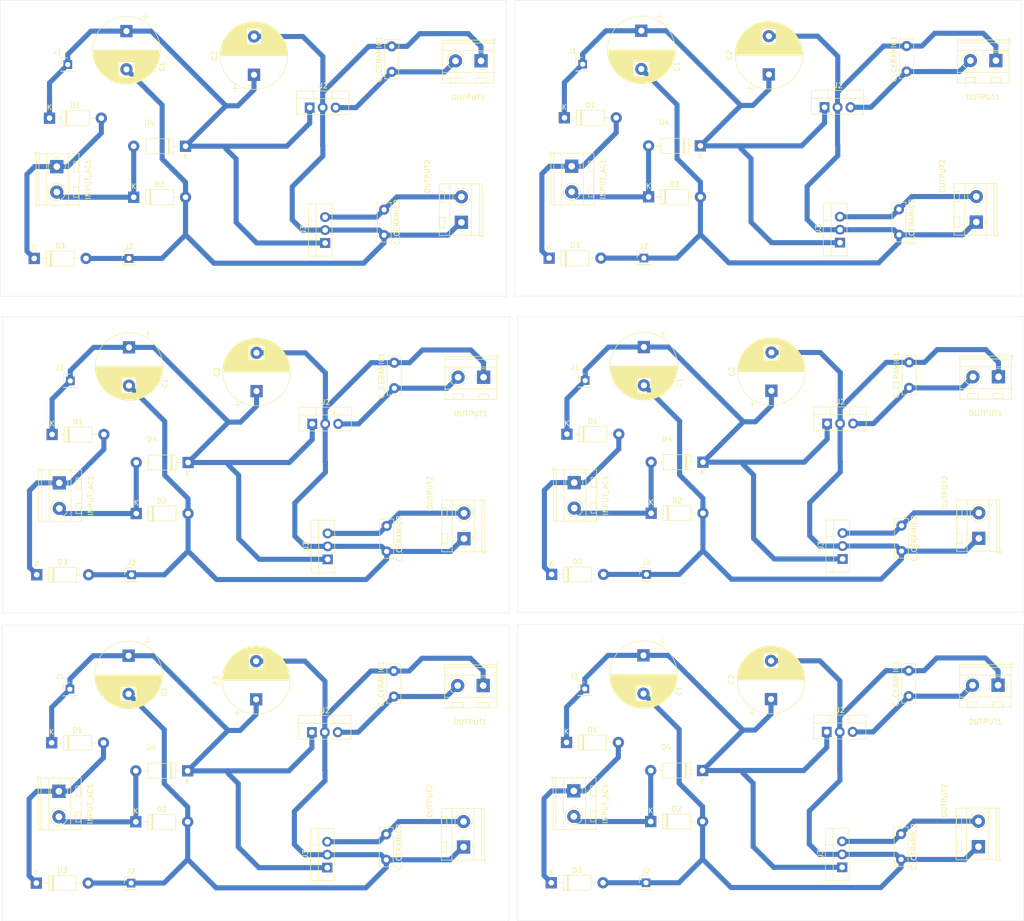
<source format=kicad_pcb>
(kicad_pcb (version 20240108) (generator "pcbnew") (generator_version "8.0")
  (layers (0 "F.Cu" signal) (31 "B.Cu" signal) (34 "B.Paste" user) (35 "F.Paste" user) (36 "B.SilkS" user "B.Silkscreen") (37 "F.SilkS" user "F.Silkscreen") (38 "B.Mask" user) (39 "F.Mask" user) (44 "Edge.Cuts" user))
  (net 0 "")
  (net 1 "Net-(D1-K)")
  (net 2 "GROUND")
  (net 3 "Net-(D1-A)")
  (net 4 "Net-(D2-K)")
  (net 5 "Net-(OUTPUT1-Pin_2)")
  (net 6 "Net-(OUTPUT2-Pin_2)")
  (footprint "Capacitor_THT:C_Disc_D7.5mm_W2.5mm_P5.00mm" (layer "F.Cu") (at 207.26 90.934785 90)
    (property "Reference" "C_CERAMIC1")
    (property "Value" "0.1μF")
  )
  (footprint "Capacitor_THT:CP_Radial_D13.0mm_P7.50mm" (layer "F.Cu") (at 78.84 29.565216 90)
    (property "Reference" "C2")
    (property "Value" "1000μF")
  )
  (footprint "Capacitor_THT:CP_Radial_D13.0mm_P7.50mm" (layer "F.Cu") (at 179.76 29.500001 90)
    (property "Reference" "C2")
    (property "Value" "1000μF")
  )
  (footprint "TerminalBlock_MetzConnect:TerminalBlock_MetzConnect_Type094_RT03502HBLU_1x02_P5.00mm_Horizontal" (layer "F.Cu") (at 141.525 169.934785 -90)
    (property "Reference" "INPUT_AC1")
    (property "Value" "INPUT_TF")
  )
  (footprint "Capacitor_THT:CP_Radial_D13.0mm_P7.50mm" (layer "F.Cu") (at 79.26 152.000001 90)
    (property "Reference" "C2")
    (property "Value" "1000μF")
  )
  (footprint "Connector_PinHeader_2.54mm:PinHeader_1x01_P2.54mm_Vertical" (layer "F.Cu") (at 155.26 65.5)
    (property "Reference" "J2")
    (property "Value" "test_GND")
  )
  (footprint "Diode_THT:D_DO-41_SOD81_P10.16mm_Horizontal" (layer "F.Cu") (at 39.26 100.065215)
    (property "Reference" "D1")
    (property "Value" "1N4001")
  )
  (footprint "Diode_THT:D_DO-41_SOD81_P10.16mm_Horizontal" (layer "F.Cu") (at 35.76 65.565215)
    (property "Reference" "D3")
    (property "Value" "1N4001")
  )
  (footprint "TerminalBlock_MetzConnect:TerminalBlock_MetzConnect_Type094_RT03502HBLU_1x02_P5.00mm_Horizontal" (layer "F.Cu") (at 119.995 120.5 90)
    (property "Reference" "OUTPUT2")
    (property "Value" "OUT_9VCC")
  )
  (footprint "Connector_PinHeader_2.54mm:PinHeader_1x01_P2.54mm_Vertical" (layer "F.Cu") (at 143.76 89.5)
    (property "Reference" "J1")
    (property "Value" "test_VCC")
  )
  (footprint "Capacitor_THT:CP_Radial_D13.0mm_P7.50mm" (layer "F.Cu") (at 154.76 20.934785 -90)
    (property "Reference" "C1")
    (property "Value" "1000μF")
  )
  (footprint "Capacitor_THT:C_Disc_D7.5mm_W2.5mm_P5.00mm" (layer "F.Cu") (at 104.34 56 -90)
    (property "Reference" "C_CERAMIC2")
    (property "Value" "0.1μF")
  )
  (footprint "Diode_THT:D_DO-41_SOD81_P10.16mm_Horizontal" (layer "F.Cu") (at 156.68 115.5)
    (property "Reference" "D2")
    (property "Value" "1N4001")
  )
  (footprint "Connector_PinHeader_2.54mm:PinHeader_1x01_P2.54mm_Vertical" (layer "F.Cu") (at 42.34 27.565215)
    (property "Reference" "J1")
    (property "Value" "test_VCC")
  )
  (footprint "Capacitor_THT:C_Disc_D7.5mm_W2.5mm_P5.00mm" (layer "F.Cu") (at 104.84 118 -90)
    (property "Reference" "C_CERAMIC2")
    (property "Value" "0.1μF")
  )
  (footprint "Package_TO_SOT_THT:TO-220-3_Vertical" (layer "F.Cu") (at 194.205 124.474785 90)
    (property "Reference" "U3")
    (property "Value" "LM7805_TO220")
  )
  (footprint "Diode_THT:D_DO-41_SOD81_P10.16mm_Horizontal" (layer "F.Cu") (at 137.18 127.5)
    (property "Reference" "D3")
    (property "Value" "1N4001")
  )
  (footprint "Diode_THT:D_DO-41_SOD81_P10.16mm_Horizontal" (layer "F.Cu") (at 39.18 160.5)
    (property "Reference" "D1")
    (property "Value" "1N4001")
  )
  (footprint "Diode_THT:D_DO-41_SOD81_P10.16mm_Horizontal" (layer "F.Cu") (at 55.26 53.565215)
    (property "Reference" "D2")
    (property "Value" "1N4001")
  )
  (footprint "Diode_THT:D_DO-41_SOD81_P10.16mm_Horizontal" (layer "F.Cu") (at 65.84 166 180)
    (property "Reference" "D4")
    (property "Value" "1N4001")
  )
  (footprint "TerminalBlock_MetzConnect:TerminalBlock_MetzConnect_Type094_RT03502HBLU_1x02_P5.00mm_Horizontal" (layer "F.Cu") (at 123.76 149.279785 180)
    (property "Reference" "OUTPUT1")
    (property "Value" "OUT_5VCC")
  )
  (footprint "Diode_THT:D_DO-41_SOD81_P10.16mm_Horizontal" (layer "F.Cu") (at 166.76 165.934785 180)
    (property "Reference" "D4")
    (property "Value" "1N4001")
  )
  (footprint "Connector_PinHeader_2.54mm:PinHeader_1x01_P2.54mm_Vertical" (layer "F.Cu") (at 143.68 149.934785)
    (property "Reference" "J1")
    (property "Value" "test_VCC")
  )
  (footprint "Diode_THT:D_DO-41_SOD81_P10.16mm_Horizontal" (layer "F.Cu") (at 140.18 100)
    (property "Reference" "D1")
    (property "Value" "1N4001")
  )
  (footprint "Capacitor_THT:CP_Radial_D13.0mm_P7.50mm" (layer "F.Cu") (at 155.18 143.36957 -90)
    (property "Reference" "C1")
    (property "Value" "1000μF")
  )
  (footprint "Connector_PinHeader_2.54mm:PinHeader_1x01_P2.54mm_Vertical" (layer "F.Cu") (at 54.76 188)
    (property "Reference" "J2")
    (property "Value" "test_GND")
  )
  (footprint "Diode_THT:D_DO-41_SOD81_P10.16mm_Horizontal" (layer "F.Cu") (at 38.76 38.065215)
    (property "Reference" "D1")
    (property "Value" "1N4001")
  )
  (footprint "Capacitor_THT:C_Disc_D7.5mm_W2.5mm_P5.00mm" (layer "F.Cu") (at 104.76 178.434785 -90)
    (property "Reference" "C_CERAMIC2")
    (property "Value" "0.1μF")
  )
  (footprint "Capacitor_THT:C_Disc_D7.5mm_W2.5mm_P5.00mm" (layer "F.Cu") (at 205.68 178.36957 -90)
    (property "Reference" "C_CERAMIC2")
    (property "Value" "0.1μF")
  )
  (footprint "TerminalBlock_MetzConnect:TerminalBlock_MetzConnect_Type094_RT03502HBLU_1x02_P5.00mm_Horizontal" (layer "F.Cu") (at 119.915 180.934785 90)
    (property "Reference" "OUTPUT2")
    (property "Value" "OUT_9VCC")
  )
  (footprint "TerminalBlock_MetzConnect:TerminalBlock_MetzConnect_Type094_RT03502HBLU_1x02_P5.00mm_Horizontal" (layer "F.Cu") (at 220.915 120.434785 90)
    (property "Reference" "OUTPUT2")
    (property "Value" "OUT_9VCC")
  )
  (footprint "Connector_PinHeader_2.54mm:PinHeader_1x01_P2.54mm_Vertical" (layer "F.Cu") (at 155.68 187.934785)
    (property "Reference" "J2")
    (property "Value" "test_GND")
  )
  (footprint "Package_TO_SOT_THT:TO-220-3_Vertical" (layer "F.Cu") (at 92.785 62.54 90)
    (property "Reference" "U3")
    (property "Value" "LM7805_TO220")
  )
  (footprint "Capacitor_THT:CP_Radial_D13.0mm_P7.50mm" (layer "F.Cu") (at 53.84 21 -90)
    (property "Reference" "C1")
    (property "Value" "1000μF")
  )
  (footprint "TerminalBlock_MetzConnect:TerminalBlock_MetzConnect_Type094_RT03502HBLU_1x02_P5.00mm_Horizontal" (layer "F.Cu") (at 141.605 109.5 -90)
    (property "Reference" "INPUT_AC1")
    (property "Value" "INPUT_TF")
  )
  (footprint "Capacitor_THT:CP_Radial_D13.0mm_P7.50mm" (layer "F.Cu") (at 79.34 91.565216 90)
    (property "Reference" "C2")
    (property "Value" "1000μF")
  )
  (footprint "TerminalBlock_MetzConnect:TerminalBlock_MetzConnect_Type094_RT03502HBLU_1x02_P5.00mm_Horizontal" (layer "F.Cu") (at 224.68 149.21457 180)
    (property "Reference" "OUTPUT1")
    (property "Value" "OUT_5VCC")
  )
  (footprint "TerminalBlock_MetzConnect:TerminalBlock_MetzConnect_Type094_RT03502HBLU_1x02_P5.00mm_Horizontal" (layer "F.Cu") (at 40.605 170 -90)
    (property "Reference" "INPUT_AC1")
    (property "Value" "INPUT_TF")
  )
  (footprint "Diode_THT:D_DO-41_SOD81_P10.16mm_Horizontal" (layer "F.Cu") (at 65.42 43.565215 180)
    (property "Reference" "D4")
    (property "Value" "1N4001")
  )
  (footprint "Capacitor_THT:CP_Radial_D13.0mm_P7.50mm" (layer "F.Cu") (at 155.26 82.934785 -90)
    (property "Reference" "C1")
    (property "Value" "1000μF")
  )
  (footprint "Package_TO_SOT_THT:TO-220-3_Vertical" (layer "F.Cu") (at 191.18 97.934785)
    (property "Reference" "U2")
    (property "Value" "LM7809_TO220")
  )
  (footprint "TerminalBlock_MetzConnect:TerminalBlock_MetzConnect_Type094_RT03502HBLU_1x02_P5.00mm_Horizontal" (layer "F.Cu") (at 123.84 88.845 180)
    (property "Reference" "OUTPUT1")
    (property "Value" "OUT_5VCC")
  )
  (footprint "Diode_THT:D_DO-41_SOD81_P10.16mm_Horizontal" (layer "F.Cu") (at 136.68 65.5)
    (property "Reference" "D3")
    (property "Value" "1N4001")
  )
  (footprint "TerminalBlock_MetzConnect:TerminalBlock_MetzConnect_Type094_RT03502HBLU_1x02_P5.00mm_Horizontal" (layer "F.Cu") (at 224.26 26.779785 180)
    (property "Reference" "OUTPUT1")
    (property "Value" "OUT_5VCC")
  )
  (footprint "Package_TO_SOT_THT:TO-220-3_Vertical" (layer "F.Cu") (at 90.18 158.434785)
    (property "Reference" "U2")
    (property "Value" "LM7809_TO220")
  )
  (footprint "Diode_THT:D_DO-41_SOD81_P10.16mm_Horizontal" (layer "F.Cu") (at 36.18 188)
    (property "Reference" "D3")
    (property "Value" "1N4001")
  )
  (footprint "Diode_THT:D_DO-41_SOD81_P10.16mm_Horizontal" (layer "F.Cu") (at 55.76 115.565215)
    (property "Reference" "D2")
    (property "Value" "1N4001")
  )
  (footprint "TerminalBlock_MetzConnect:TerminalBlock_MetzConnect_Type094_RT03502HBLU_1x02_P5.00mm_Horizontal" (layer "F.Cu") (at 40.185 47.565215 -90)
    (property "Reference" "INPUT_AC1")
    (property "Value" "INPUT_TF")
  )
  (footprint "Diode_THT:D_DO-41_SOD81_P10.16mm_Horizontal" (layer "F.Cu") (at 156.6 175.934785)
    (property "Reference" "D2")
    (property "Value" "1N4001")
  )
  (footprint "Connector_PinHeader_2.54mm:PinHeader_1x01_P2.54mm_Vertical" (layer "F.Cu") (at 155.76 127.5)
    (property "Reference" "J2")
    (property "Value" "test_GND")
  )
  (footprint "Connector_PinHeader_2.54mm:PinHeader_1x01_P2.54mm_Vertical" (layer "F.Cu") (at 54.84 127.565215)
    (property "Reference" "J2")
    (property "Value" "test_GND")
  )
  (footprint "Capacitor_THT:C_Disc_D7.5mm_W2.5mm_P5.00mm" (layer "F.Cu") (at 105.84 29 90)
    (property "Reference" "C_CERAMIC1")
    (property "Value" "0.1μF")
  )
  (footprint "TerminalBlock_MetzConnect:TerminalBlock_MetzConnect_Type094_RT03502HBLU_1x02_P5.00mm_Horizontal" (layer "F.Cu") (at 40.685 109.565215 -90)
    (property "Reference" "INPUT_AC1")
    (property "Value" "INPUT_TF")
  )
  (footprint "Capacitor_THT:C_Disc_D7.5mm_W2.5mm_P5.00mm" (layer "F.Cu") (at 206.76 28.934785 90)
    (property "Reference" "C_CERAMIC1")
    (property "Value" "0.1μF")
  )
  (footprint "Package_TO_SOT_THT:TO-220-3_Vertical" (layer "F.Cu") (at 93.205 184.974785 90)
    (property "Reference" "U3")
    (property "Value" "LM7805_TO220")
  )
  (footprint "TerminalBlock_MetzConnect:TerminalBlock_MetzConnect_Type094_RT03502HBLU_1x02_P5.00mm_Horizontal" (layer "F.Cu") (at 123.34 26.845 180)
    (property "Reference" "OUTPUT1")
    (property "Value" "OUT_5VCC")
  )
  (footprint "Connector_PinHeader_2.54mm:PinHeader_1x01_P2.54mm_Vertical" (layer "F.Cu") (at 54.34 65.565215)
    (property "Reference" "J2")
    (property "Value" "test_GND")
  )
  (footprint "Capacitor_THT:C_Disc_D7.5mm_W2.5mm_P5.00mm" (layer "F.Cu") (at 207.18 151.36957 90)
    (property "Reference" "C_CERAMIC1")
    (property "Value" "0.1μF")
  )
  (footprint "Capacitor_THT:CP_Radial_D13.0mm_P7.50mm" (layer "F.Cu") (at 54.26 143.434785 -90)
    (property "Reference" "C1")
    (property "Value" "1000μF")
  )
  (footprint "Diode_THT:D_DO-41_SOD81_P10.16mm_Horizontal" (layer "F.Cu") (at 55.68 176)
    (property "Reference" "D2")
    (property "Value" "1N4001")
  )
  (footprint "Diode_THT:D_DO-41_SOD81_P10.16mm_Horizontal" (layer "F.Cu") (at 166.84 105.5 180)
    (property "Reference" "D4")
    (property "Value" "1N4001")
  )
  (footprint "Diode_THT:D_DO-41_SOD81_P10.16mm_Horizontal" (layer "F.Cu") (at 137.1 187.934785)
    (property "Reference" "D3")
    (property "Value" "1N4001")
  )
  (footprint "Package_TO_SOT_THT:TO-220-3_Vertical" (layer "F.Cu") (at 89.76 36)
    (property "Reference" "U2")
    (property "Value" "LM7809_TO220")
  )
  (footprint "Diode_THT:D_DO-41_SOD81_P10.16mm_Horizontal" (layer "F.Cu") (at 139.68 38)
    (property "Reference" "D1")
    (property "Value" "1N4001")
  )
  (footprint "Capacitor_THT:CP_Radial_D13.0mm_P7.50mm" (layer "F.Cu") (at 180.26 91.500001 90)
    (property "Reference" "C2")
    (property "Value" "1000μF")
  )
  (footprint "Package_TO_SOT_THT:TO-220-3_Vertical" (layer "F.Cu") (at 190.68 35.934785)
    (property "Reference" "U2")
    (property "Value" "LM7809_TO220")
  )
  (footprint "Package_TO_SOT_THT:TO-220-3_Vertical" (layer "F.Cu") (at 194.125 184.90957 90)
    (property "Reference" "U3")
    (property "Value" "LM7805_TO220")
  )
  (footprint "Diode_THT:D_DO-41_SOD81_P10.16mm_Horizontal" (layer "F.Cu") (at 166.34 43.5 180)
    (property "Reference" "D4")
    (property "Value" "1N4001")
  )
  (footprint "Capacitor_THT:CP_Radial_D13.0mm_P7.50mm" (layer "F.Cu") (at 54.34 83 -90)
    (property "Reference" "C1")
    (property "Value" "1000μF")
  )
  (footprint "TerminalBlock_MetzConnect:TerminalBlock_MetzConnect_Type094_RT03502HBLU_1x02_P5.00mm_Horizontal" (layer "F.Cu") (at 224.76 88.779785 180)
    (property "Reference" "OUTPUT1")
    (property "Value" "OUT_5VCC")
  )
  (footprint "Connector_PinHeader_2.54mm:PinHeader_1x01_P2.54mm_Vertical" (layer "F.Cu") (at 42.76 150)
    (property "Reference" "J1")
    (property "Value" "test_VCC")
  )
  (footprint "Package_TO_SOT_THT:TO-220-3_Vertical" (layer "F.Cu") (at 191.1 158.36957)
    (property "Reference" "U2")
    (property "Value" "LM7809_TO220")
  )
  (footprint "Diode_THT:D_DO-41_SOD81_P10.16mm_Horizontal" (layer "F.Cu") (at 140.1 160.434785)
    (property "Reference" "D1")
    (property "Value" "1N4001")
  )
  (footprint "Diode_THT:D_DO-41_SOD81_P10.16mm_Horizontal" (layer "F.Cu") (at 156.18 53.5)
    (property "Reference" "D2")
    (property "Value" "1N4001")
  )
  (footprint "TerminalBlock_MetzConnect:TerminalBlock_MetzConnect_Type094_RT03502HBLU_1x02_P5.00mm_Horizontal" (layer "F.Cu") (at 141.105 47.5 -90)
    (property "Reference" "INPUT_AC1")
    (property "Value" "INPUT_TF")
  )
  (footprint "Package_TO_SOT_THT:TO-220-3_Vertical" (layer "F.Cu") (at 90.26 98)
    (property "Reference" "U2")
    (property "Value" "LM7809_TO220")
  )
  (footprint "Capacitor_THT:C_Disc_D7.5mm_W2.5mm_P5.00mm" (layer "F.Cu") (at 205.76 117.934785 -90)
    (property "Reference" "C_CERAMIC2")
    (property "Value" "0.1μF")
  )
  (footprint "TerminalBlock_MetzConnect:TerminalBlock_MetzConnect_Type094_RT03502HBLU_1x02_P5.00mm_Horizontal" (layer "F.Cu") (at 220.835 180.86957 90)
    (property "Reference" "OUTPUT2")
    (property "Value" "OUT_9VCC")
  )
  (footprint "Connector_PinHeader_2.54mm:PinHeader_1x01_P2.54mm_Vertical" (layer "F.Cu") (at 42.84 89.565215)
    (property "Reference" "J1")
    (property "Value" "test_VCC")
  )
  (footprint "Package_TO_SOT_THT:TO-220-3_Vertical" (layer "F.Cu") (at 193.705 62.474785 90)
    (property "Reference" "U3")
    (property "Value" "LM7805_TO220")
  )
  (footprint "Capacitor_THT:C_Disc_D7.5mm_W2.5mm_P5.00mm" (layer "F.Cu") (at 106.26 151.434785 90)
    (property "Reference" "C_CERAMIC1")
    (property "Value" "0.1μF")
  )
  (footprint "Capacitor_THT:C_Disc_D7.5mm_W2.5mm_P5.00mm" (layer "F.Cu") (at 205.26 55.934785 -90)
    (property "Reference" "C_CERAMIC2")
    (property "Value" "0.1μF")
  )
  (footprint "Capacitor_THT:CP_Radial_D13.0mm_P7.50mm" (layer "F.Cu") (at 180.18 151.934786 90)
    (property "Reference" "C2")
    (property "Value" "1000μF")
  )
  (footprint "Capacitor_THT:C_Disc_D7.5mm_W2.5mm_P5.00mm" (layer "F.Cu") (at 106.34 91 90)
    (property "Reference" "C_CERAMIC1")
    (property "Value" "0.1μF")
  )
  (footprint "Package_TO_SOT_THT:TO-220-3_Vertical" (layer "F.Cu") (at 93.285 124.54 90)
    (property "Reference" "U3")
    (property "Value" "LM7805_TO220")
  )
  (footprint "Diode_THT:D_DO-41_SOD81_P10.16mm_Horizontal" (layer "F.Cu") (at 65.92 105.565215 180)
    (property "Reference" "D4")
    (property "Value" "1N4001")
  )
  (footprint "TerminalBlock_MetzConnect:TerminalBlock_MetzConnect_Type094_RT03502HBLU_1x02_P5.00mm_Horizontal" (layer "F.Cu") (at 119.495 58.5 90)
    (property "Reference" "OUTPUT2")
    (property "Value" "OUT_9VCC")
  )
  (footprint "Diode_THT:D_DO-41_SOD81_P10.16mm_Horizontal" (layer "F.Cu") (at 36.26 127.565215)
    (property "Reference" "D3")
    (property "Value" "1N4001")
  )
  (footprint "TerminalBlock_MetzConnect:TerminalBlock_MetzConnect_Type094_RT03502HBLU_1x02_P5.00mm_Horizontal" (layer "F.Cu") (at 220.415 58.434785 90)
    (property "Reference" "OUTPUT2")
    (property "Value" "OUT_9VCC")
  )
  (footprint "Connector_PinHeader_2.54mm:PinHeader_1x01_P2.54mm_Vertical" (layer "F.Cu") (at 143.26 27.5)
    (property "Reference" "J1")
    (property "Value" "test_VCC")
  )
  (gr_rect (start 130.42 137.36957) (end 229.68 195.36957) (stroke (width 0.05)) (fill none) (layer "Edge.Cuts"))
  (gr_rect (start 29.58 77) (end 128.84 135) (stroke (width 0.05)) (fill none) (layer "Edge.Cuts"))
  (gr_rect (start 130 14.934785) (end 229.26 72.934785) (stroke (width 0.05)) (fill none) (layer "Edge.Cuts"))
  (gr_rect (start 29.08 15) (end 128.34 73) (stroke (width 0.05)) (fill none) (layer "Edge.Cuts"))
  (gr_rect (start 29.5 137.434785) (end 128.76 195.434785) (stroke (width 0.05)) (fill none) (layer "Edge.Cuts"))
  (gr_rect (start 130.5 76.934785) (end 229.76 134.934785) (stroke (width 0.05)) (fill none) (layer "Edge.Cuts"))
  (segment (start 79.34 94.5) (end 79.34 91.565216) (width 1) (layer "B.Cu") (net 1))
  (segment (start 75.84 108.065215) (end 73.84 106.065215) (width 1) (layer "B.Cu") (net 1))
  (segment (start 176.614785 35.58) (end 179.76 32.434785) (width 1) (layer "B.Cu") (net 1))
  (segment (start 79.8 184.974785) (end 75.76 180.934785) (width 1) (layer "B.Cu") (net 1))
  (segment (start 73.34 44.065215) (end 73.34 43.565215) (width 1) (layer "B.Cu") (net 1))
  (segment (start 174.26 44) (end 174.26 43.5) (width 1) (layer "B.Cu") (net 1))
  (segment (start 140.18 93.08) (end 143.76 89.5) (width 1) (layer "B.Cu") (net 1))
  (segment (start 174.26 35.58) (end 159.614785 20.934785) (width 1) (layer "B.Cu") (net 1))
  (segment (start 38.76 31.145215) (end 42.34 27.565215) (width 1) (layer "B.Cu") (net 1))
  (segment (start 176.26 46) (end 174.26 44) (width 1) (layer "B.Cu") (net 1))
  (segment (start 166.84 105.5) (end 174.76 97.58) (width 1) (layer "B.Cu") (net 1))
  (segment (start 143.68 147.934785) (end 143.68 149.934785) (width 1) (layer "B.Cu") (net 1))
  (segment (start 176.68 180.86957) (end 176.68 168.434785) (width 1) (layer "B.Cu") (net 1))
  (segment (start 90.26 101.065215) (end 90.26 98) (width 1) (layer "B.Cu") (net 1))
  (segment (start 73.84 97.645215) (end 59.194785 83) (width 1) (layer "B.Cu") (net 1))
  (segment (start 174.76 97.58) (end 177.114785 97.58) (width 1) (layer "B.Cu") (net 1))
  (segment (start 39.26 93.145215) (end 42.84 89.565215) (width 1) (layer "B.Cu") (net 1))
  (segment (start 78.84 32.5) (end 78.84 29.565216) (width 1) (layer "B.Cu") (net 1))
  (segment (start 174.26 43.5) (end 186.18 43.5) (width 1) (layer "B.Cu") (net 1))
  (segment (start 39.18 153.58) (end 42.76 150) (width 1) (layer "B.Cu") (net 1))
  (segment (start 85.68 166) (end 90.18 161.5) (width 1) (layer "B.Cu") (net 1))
  (segment (start 166.34 43.5) (end 174.26 35.58) (width 1) (layer "B.Cu") (net 1))
  (segment (start 65.42 43.565215) (end 73.34 35.645215) (width 1) (layer "B.Cu") (net 1))
  (segment (start 180.3 62.474785) (end 176.26 58.434785) (width 1) (layer "B.Cu") (net 1))
  (segment (start 143.26 25.5) (end 143.26 27.5) (width 1) (layer "B.Cu") (net 1))
  (segment (start 194.125 184.90957) (end 180.72 184.90957) (width 1) (layer "B.Cu") (net 1))
  (segment (start 65.84 166) (end 73.76 166) (width 1) (layer "B.Cu") (net 1))
  (segment (start 174.76 97.58) (end 160.114785 82.934785) (width 1) (layer "B.Cu") (net 1))
  (segment (start 143.76 87.5) (end 143.76 89.5) (width 1) (layer "B.Cu") (net 1))
  (segment (start 193.705 62.474785) (end 180.3 62.474785) (width 1) (layer "B.Cu") (net 1))
  (segment (start 93.285 124.54) (end 79.88 124.54) (width 1) (layer "B.Cu") (net 1))
  (segment (start 73.76 166) (end 85.68 166) (width 1) (layer "B.Cu") (net 1))
  (segment (start 79.26 154.934785) (end 79.26 152.000001) (width 1) (layer "B.Cu") (net 1))
  (segment (start 174.76 105.5) (end 186.68 105.5) (width 1) (layer "B.Cu") (net 1))
  (segment (start 79.38 62.54) (end 75.34 58.5) (width 1) (layer "B.Cu") (net 1))
  (segment (start 65.42 43.565215) (end 73.34 43.565215) (width 1) (layer "B.Cu") (net 1))
  (segment (start 174.68 158.014785) (end 160.034785 143.36957) (width 1) (layer "B.Cu") (net 1))
  (segment (start 148.325215 82.934785) (end 143.76 87.5) (width 1) (layer "B.Cu") (net 1))
  (segment (start 93.205 184.974785) (end 79.8 184.974785) (width 1) (layer "B.Cu") (net 1))
  (segment (start 174.76 106) (end 174.76 105.5) (width 1) (layer "B.Cu") (net 1))
  (segment (start 85.26 43.565215) (end 89.76 39.065215) (width 1) (layer "B.Cu") (net 1))
  (segment (start 75.76 180.934785) (end 75.76 168.5) (width 1) (layer "B.Cu") (net 1))
  (segment (start 177.114785 97.58) (end 180.26 94.434785) (width 1) (layer "B.Cu") (net 1))
  (segment (start 89.76 39.065215) (end 89.76 36) (width 1) (layer "B.Cu") (net 1))
  (segment (start 73.76 166.5) (end 73.76 166) (width 1) (layer "B.Cu") (net 1))
  (segment (start 186.18 43.5) (end 190.68 39) (width 1) (layer "B.Cu") (net 1))
  (segment (start 186.6 165.934785) (end 191.1 161.434785) (width 1) (layer "B.Cu") (net 1))
  (segment (start 191.1 161.434785) (end 191.1 158.36957) (width 1) (layer "B.Cu") (net 1))
  (segment (start 76.194785 97.645215) (end 79.34 94.5) (width 1) (layer "B.Cu") (net 1))
  (segment (start 59.114785 143.434785) (end 54.26 143.434785) (width 1) (layer "B.Cu") (net 1))
  (segment (start 166.76 165.934785) (end 174.68 165.934785) (width 1) (layer "B.Cu") (net 1))
  (segment (start 54.26 143.434785) (end 47.325215 143.434785) (width 1) (layer "B.Cu") (net 1))
  (segment (start 76.114785 158.08) (end 79.26 154.934785) (width 1) (layer "B.Cu") (net 1))
  (segment (start 54.76 143.934785) (end 54.26 143.434785) (width 1) (layer "B.Cu") (net 1))
  (segment (start 38.76 38.065215) (end 38.76 31.145215) (width 1) (layer "B.Cu") (net 1))
  (segment (start 179.76 32.434785) (end 179.76 29.500001) (width 1) (layer "B.Cu") (net 1))
  (segment (start 65.92 105.565215) (end 73.84 105.565215) (width 1) (layer "B.Cu") (net 1))
  (segment (start 180.8 124.474785) (end 176.76 120.434785) (width 1) (layer "B.Cu") (net 1))
  (segment (start 73.34 35.645215) (end 58.694785 21) (width 1) (layer "B.Cu") (net 1))
  (segment (start 140.18 100) (end 140.18 93.08) (width 1) (layer "B.Cu") (net 1))
  (segment (start 174.26 35.58) (end 176.614785 35.58) (width 1) (layer "B.Cu") (net 1))
  (segment (start 73.76 158.08) (end 76.114785 158.08) (width 1) (layer "B.Cu") (net 1))
  (segment (start 159.614785 20.934785) (end 154.76 20.934785) (width 1) (layer "B.Cu") (net 1))
  (segment (start 39.26 100.065215) (end 39.26 93.145215) (width 1) (layer "B.Cu") (net 1))
  (segment (start 160.034785 143.36957) (end 155.18 143.36957) (width 1) (layer "B.Cu") (net 1))
  (segment (start 174.68 158.014785) (end 177.034785 158.014785) (width 1) (layer "B.Cu") (net 1))
  (segment (start 75.34 46.065215) (end 73.34 44.065215) (width 1) (layer "B.Cu") (net 1))
  (segment (start 174.68 166.434785) (end 174.68 165.934785) (width 1) (layer "B.Cu") (net 1))
  (segment (start 194.205 124.474785) (end 180.8 124.474785) (width 1) (layer "B.Cu") (net 1))
  (segment (start 176.26 58.434785) (end 176.26 46) (width 1) (layer "B.Cu") (net 1))
  (segment (start 176.68 168.434785) (end 174.68 166.434785) (width 1) (layer "B.Cu") (net 1))
  (segment (start 155.18 143.36957) (end 148.245215 143.36957) (width 1) (layer "B.Cu") (net 1))
  (segment (start 46.905215 21) (end 42.34 25.565215) (width 1) (layer "B.Cu") (net 1))
  (segment (start 166.76 165.934785) (end 174.68 158.014785) (width 1) (layer "B.Cu") (net 1))
  (segment (start 53.84 21) (end 46.905215 21) (width 1) (layer "B.Cu") (net 1))
  (segment (start 148.245215 143.36957) (end 143.68 147.934785) (width 1) (layer "B.Cu") (net 1))
  (segment (start 73.84 97.645215) (end 76.194785 97.645215) (width 1) (layer "B.Cu") (net 1))
  (segment (start 73.76 158.08) (end 59.114785 143.434785) (width 1) (layer "B.Cu") (net 1))
  (segment (start 73.84 105.565215) (end 85.76 105.565215) (width 1) (layer "B.Cu") (net 1))
  (segment (start 42.84 87.565215) (end 42.84 89.565215) (width 1) (layer "B.Cu") (net 1))
  (segment (start 73.34 35.645215) (end 75.694785 35.645215) (width 1) (layer "B.Cu") (net 1))
  (segment (start 174.68 165.934785) (end 186.6 165.934785) (width 1) (layer "B.Cu") (net 1))
  (segment (start 140.1 160.434785) (end 140.1 153.514785) (width 1) (layer "B.Cu") (net 1))
  (segment (start 155.68 143.86957) (end 155.18 143.36957) (width 1) (layer "B.Cu") (net 1))
  (segment (start 75.694785 35.645215) (end 78.84 32.5) (width 1) (layer "B.Cu") (net 1))
  (segment (start 166.84 105.5) (end 174.76 105.5) (width 1) (layer "B.Cu") (net 1))
  (segment (start 75.34 58.5) (end 75.34 46.065215) (width 1) (layer "B.Cu") (net 1))
  (segment (start 180.72 184.90957) (end 176.68 180.86957) (width 1) (layer "B.Cu") (net 1))
  (segment (start 58.694785 21) (end 53.84 21) (width 1) (layer "B.Cu") (net 1))
  (segment (start 42.76 148) (end 42.76 150) (width 1) (layer "B.Cu") (net 1))
  (segment (start 176.76 108) (end 174.76 106) (width 1) (layer "B.Cu") (net 1))
  (segment (start 92.785 62.54) (end 79.38 62.54) (width 1) (layer "B.Cu") (net 1))
  (segment (start 147.825215 20.934785) (end 143.26 25.5) (width 1) (layer "B.Cu") (net 1))
  (segment (start 160.114785 82.934785) (end 155.26 82.934785) (width 1) (layer "B.Cu") (net 1))
  (segment (start 190.68 39) (end 190.68 35.934785) (width 1) (layer "B.Cu") (net 1))
  (segment (start 155.26 82.934785) (end 148.325215 82.934785) (width 1) (layer "B.Cu") (net 1))
  (segment (start 139.68 31.08) (end 143.26 27.5) (width 1) (layer "B.Cu") (net 1))
  (segment (start 73.34 43.565215) (end 85.26 43.565215) (width 1) (layer "B.Cu") (net 1))
  (segment (start 154.76 20.934785) (end 147.825215 20.934785) (width 1) (layer "B.Cu") (net 1))
  (segment (start 140.1 153.514785) (end 143.68 149.934785) (width 1) (layer "B.Cu") (net 1))
  (segment (start 75.76 168.5) (end 73.76 166.5) (width 1) (layer "B.Cu") (net 1))
  (segment (start 85.76 105.565215) (end 90.26 101.065215) (width 1) (layer "B.Cu") (net 1))
  (segment (start 139.68 38) (end 139.68 31.08) (width 1) (layer "B.Cu") (net 1))
  (segment (start 65.92 105.565215) (end 73.84 97.645215) (width 1) (layer "B.Cu") (net 1))
  (segment (start 180.26 94.434785) (end 180.26 91.500001) (width 1) (layer "B.Cu") (net 1))
  (segment (start 90.18 161.5) (end 90.18 158.434785) (width 1) (layer "B.Cu") (net 1))
  (segment (start 155.26 21.434785) (end 154.76 20.934785) (width 1) (layer "B.Cu") (net 1))
  (segment (start 47.325215 143.434785) (end 42.76 148) (width 1) (layer "B.Cu") (net 1))
  (segment (start 54.34 21.5) (end 53.84 21) (width 1) (layer "B.Cu") (net 1))
  (segment (start 75.84 120.5) (end 75.84 108.065215) (width 1) (layer "B.Cu") (net 1))
  (segment (start 42.34 25.565215) (end 42.34 27.565215) (width 1) (layer "B.Cu") (net 1))
  (segment (start 59.194785 83) (end 54.34 83) (width 1) (layer "B.Cu") (net 1))
  (segment (start 166.34 43.5) (end 174.26 43.5) (width 1) (layer "B.Cu") (net 1))
  (segment (start 79.88 124.54) (end 75.84 120.5) (width 1) (layer "B.Cu") (net 1))
  (segment (start 180.18 154.86957) (end 180.18 151.934786) (width 1) (layer "B.Cu") (net 1))
  (segment (start 54.34 83) (end 47.405215 83) (width 1) (layer "B.Cu") (net 1))
  (segment (start 177.034785 158.014785) (end 180.18 154.86957) (width 1) (layer "B.Cu") (net 1))
  (segment (start 73.84 106.065215) (end 73.84 105.565215) (width 1) (layer "B.Cu") (net 1))
  (segment (start 176.76 120.434785) (end 176.76 108) (width 1) (layer "B.Cu") (net 1))
  (segment (start 191.18 101) (end 191.18 97.934785) (width 1) (layer "B.Cu") (net 1))
  (segment (start 155.76 83.434785) (end 155.26 82.934785) (width 1) (layer "B.Cu") (net 1))
  (segment (start 186.68 105.5) (end 191.18 101) (width 1) (layer "B.Cu") (net 1))
  (segment (start 39.18 160.5) (end 39.18 153.58) (width 1) (layer "B.Cu") (net 1))
  (segment (start 47.405215 83) (end 42.84 87.565215) (width 1) (layer "B.Cu") (net 1))
  (segment (start 54.84 83.5) (end 54.34 83) (width 1) (layer "B.Cu") (net 1))
  (segment (start 65.84 166) (end 73.76 158.08) (width 1) (layer "B.Cu") (net 1))
  (segment (start 205.26 60.934785) (end 205.26 62.434785) (width 1) (layer "B.Cu") (net 2))
  (segment (start 92.84 105.5) (end 92.84 107.5) (width 1) (layer "B.Cu") (net 2))
  (segment (start 202.26 23.934785) (end 206.76 23.934785) (width 1) (layer "B.Cu") (net 2))
  (segment (start 88.905216 84.065216) (end 92.84 88) (width 1) (layer "B.Cu") (net 2))
  (segment (start 100.34 66.5) (end 71 66.5) (width 1) (layer "B.Cu") (net 2))
  (segment (start 189.825216 84.000001) (end 193.76 87.934785) (width 1) (layer "B.Cu") (net 2))
  (segment (start 212.26 21.434785) (end 221.76 21.434785) (width 1) (layer "B.Cu") (net 2))
  (segment (start 187.76 119.934785) (end 189.76 121.934785) (width 1) (layer "B.Cu") (net 2))
  (segment (start 205.76 122.934785) (end 218.26 122.934785) (width 1) (layer "B.Cu") (net 2))
  (segment (start 65.42 53.565215) (end 65.42 50.645215) (width 1) (layer "B.Cu") (net 2))
  (segment (start 166.34 50.58) (end 161.76 46) (width 1) (layer "B.Cu") (net 2))
  (segment (start 220.26 58.434785) (end 220.415 58.434785) (width 1) (layer "B.Cu") (net 2))
  (segment (start 202.68 146.36957) (end 207.18 146.36957) (width 1) (layer "B.Cu") (net 2))
  (segment (start 217.76 60.934785) (end 220.26 58.434785) (width 1) (layer "B.Cu") (net 2))
  (segment (start 108.84 24) (end 111.34 21.5) (width 1) (layer "B.Cu") (net 2))
  (segment (start 93.205 182.434785) (end 103.76 182.434785) (width 1) (layer "B.Cu") (net 2))
  (segment (start 205.76 124.434785) (end 201.76 128.434785) (width 1) (layer "B.Cu") (net 2))
  (segment (start 104.34 61) (end 104.34 62.5) (width 1) (layer "B.Cu") (net 2))
  (segment (start 193.72 97.934785) (end 193.72 94.974785) (width 1) (layer "B.Cu") (net 2))
  (segment (start 180.26 84.000001) (end 189.825216 84.000001) (width 1) (layer "B.Cu") (net 2))
  (segment (start 54.76 188) (end 61.194785 188) (width 1) (layer "B.Cu") (net 2))
  (segment (start 166.76 173.014785) (end 162.18 168.434785) (width 1) (layer "B.Cu") (net 2))
  (segment (start 218.18 183.36957) (end 220.68 180.86957) (width 1) (layer "B.Cu") (net 2))
  (segment (start 60.774785 65.565215) (end 65.42 60.92) (width 1) (layer "B.Cu") (net 2))
  (segment (start 193.76 107.434785) (end 187.76 113.434785) (width 1) (layer "B.Cu") (net 2))
  (segment (start 92.34 43.5) (end 92.34 45.5) (width 1) (layer "B.Cu") (net 2))
  (segment (start 92.84 105.5) (end 92.8 105.46) (width 1) (layer "B.Cu") (net 2))
  (segment (start 220.68 180.86957) (end 220.835 180.86957) (width 1) (layer "B.Cu") (net 2))
  (segment (start 147.26 187.934785) (end 155.68 187.934785) (width 1) (layer "B.Cu") (net 2))
  (segment (start 104.84 124.5) (end 100.84 128.5) (width 1) (layer "B.Cu") (net 2))
  (segment (start 224.76 85.934785) (end 224.76 88.779785) (width 1) (layer "B.Cu") (net 2))
  (segment (start 79.34 84.065216) (end 88.905216 84.065216) (width 1) (layer "B.Cu") (net 2))
  (segment (start 65.92 115.565215) (end 65.92 112.645215) (width 1) (layer "B.Cu") (net 2))
  (segment (start 147.34 127.5) (end 155.76 127.5) (width 1) (layer "B.Cu") (net 2))
  (segment (start 65.42 60.92) (end 65.42 53.565215) (width 1) (layer "B.Cu") (net 2))
  (segment (start 123.34 24) (end 123.34 26.845) (width 1) (layer "B.Cu") (net 2))
  (segment (start 221.76 21.434785) (end 224.26 23.934785) (width 1) (layer "B.Cu") (net 2))
  (segment (start 92.84 107.5) (end 86.84 113.5) (width 1) (layer "B.Cu") (net 2))
  (segment (start 205.26 60.934785) (end 217.76 60.934785) (width 1) (layer "B.Cu") (net 2))
  (segment (start 193.64 158.36957) (end 193.64 155.40957) (width 1) (layer "B.Cu") (net 2))
  (segment (start 220.76 120.434785) (end 220.915 120.434785) (width 1) (layer "B.Cu") (net 2))
  (segment (start 103.76 182.434785) (end 104.76 183.434785) (width 1) (layer "B.Cu") (net 2))
  (segment (start 189.325216 22.000001) (end 193.26 25.934785) (width 1) (layer "B.Cu") (net 2))
  (segment (start 61.34 97.5) (end 54.34 90.5) (width 1) (layer "B.Cu") (net 2))
  (segment (start 86.76 173.934785) (end 86.76 180.434785) (width 1) (layer "B.Cu") (net 2))
  (segment (start 146.84 65.5) (end 155.26 65.5) (width 1) (layer "B.Cu") (net 2))
  (segment (start 193.22 35.934785) (end 193.22 32.974785) (width 1) (layer "B.Cu") (net 2))
  (segment (start 172.34 188.86957) (end 166.76 183.28957) (width 1) (layer "B.Cu") (net 2))
  (segment (start 212.68 143.86957) (end 222.18 143.86957) (width 1) (layer "B.Cu") (net 2))
  (segment (start 117.26 183.434785) (end 119.76 180.934785) (width 1) (layer "B.Cu") (net 2))
  (segment (start 104.76 183.434785) (end 104.76 184.934785) (width 1) (layer "B.Cu") (net 2))
  (segment (start 92.72 155.474785) (end 92.76 155.434785) (width 1) (layer "B.Cu") (net 2))
  (segment (start 101.76 146.434785) (end 106.26 146.434785) (width 1) (layer "B.Cu") (net 2))
  (segment (start 101.84 86) (end 106.34 86) (width 1) (layer "B.Cu") (net 2))
  (segment (start 193.26 32.934785) (end 193.26 25.934785) (width 1) (layer "B.Cu") (net 2))
  (segment (start 71.42 188.934785) (end 65.84 183.354785) (width 1) (layer "B.Cu") (net 2))
  (segment (start 86.34 58) (end 88.34 60) (width 1) (layer "B.Cu") (net 2))
  (segment (start 161.694785 65.5) (end 166.34 60.854785) (width 1) (layer "B.Cu") (net 2))
  (segment (start 65.92 112.645215) (end 61.34 108.065215) (width 1) (layer "B.Cu") (net 2))
  (segment (start 92.34 43.5) (end 92.3 43.46) (width 1) (layer "B.Cu") (net 2))
  (segment (start 166.84 115.5) (end 166.84 112.58) (width 1) (layer "B.Cu") (net 2))
  (segment (start 100.76 188.934785) (end 71.42 188.934785) (width 1) (layer "B.Cu") (net 2))
  (segment (start 193.22 32.974785) (end 193.26 32.934785) (width 1) (layer "B.Cu") (net 2))
  (segment (start 201.26 66.434785) (end 171.92 66.434785) (width 1) (layer "B.Cu") (net 2))
  (segment (start 61.34 108.065215) (end 61.34 97.5) (width 1) (layer "B.Cu") (net 2))
  (segment (start 46.34 188) (end 54.76 188) (width 1) (layer "B.Cu") (net 2))
  (segment (start 204.26 59.934785) (end 205.26 60.934785) (width 1) (layer "B.Cu") (net 2))
  (segment (start 92.785 60) (end 103.34 60) (width 1) (layer "B.Cu") (net 2))
  (segment (start 189.26 59.934785) (end 193.705 59.934785) (width 1) (layer "B.Cu") (net 2))
  (segment (start 193.72 94.974785) (end 202.76 85.934785) (width 1) (layer "B.Cu") (net 2))
  (segment (start 86.34 51.5) (end 86.34 58) (width 1) (layer "B.Cu") (net 2))
  (segment (start 166.34 60.854785) (end 166.34 53.5) (width 1) (layer "B.Cu") (net 2))
  (segment (start 193.26 43.434785) (end 193.22 43.394785) (width 1) (layer "B.Cu") (net 2))
  (segment (start 222.26 83.434785) (end 224.76 85.934785) (width 1) (layer "B.Cu") (net 2))
  (segment (start 210.26 85.934785) (end 212.76 83.434785) (width 1) (layer "B.Cu") (net 2))
  (segment (start 194.125 182.36957) (end 204.68 182.36957) (width 1) (layer "B.Cu") (net 2))
  (segment (start 104.76 183.434785) (end 117.26 183.434785) (width 1) (layer "B.Cu") (net 2))
  (segment (start 193.76 94.934785) (end 193.76 87.934785) (width 1) (layer "B.Cu") (net 2))
  (segment (start 92.3 33.04) (end 101.34 24) (width 1) (layer "B.Cu") (net 2))
  (segment (start 92.76 167.934785) (end 86.76 173.934785) (width 1) (layer "B.Cu") (net 2))
  (segment (start 202.76 85.934785) (end 207.26 85.934785) (width 1) (layer "B.Cu") (net 2))
  (segment (start 119.84 120.5) (end 119.995 120.5) (width 1) (layer "B.Cu") (net 2))
  (segment (start 193.64 165.82957) (end 193.64 158.36957) (width 1) (layer "B.Cu") (net 2))
  (segment (start 106.26 146.434785) (end 109.26 146.434785) (width 1) (layer "B.Cu") (net 2))
  (segment (start 201.76 128.434785) (end 172.42 128.434785) (width 1) (layer "B.Cu") (net 2))
  (segment (start 193.76 105.434785) (end 193.76 107.434785) (width 1) (layer "B.Cu") (net 2))
  (segment (start 109.34 86) (end 111.84 83.5) (width 1) (layer "B.Cu") (net 2))
  (segment (start 187.26 57.934785) (end 189.26 59.934785) (width 1) (layer "B.Cu") (net 2))
  (segment (start 111.76 143.934785) (end 121.26 143.934785) (width 1) (layer "B.Cu") (net 2))
  (segment (start 121.34 83.5) (end 123.84 86) (width 1) (layer "B.Cu") (net 2))
  (segment (start 92.34 45.5) (end 86.34 51.5) (width 1) (layer "B.Cu") (net 2))
  (segment (start 92.72 155.474785) (end 101.76 146.434785) (width 1) (layer "B.Cu") (net 2))
  (segment (start 205.76 122.934785) (end 205.76 124.434785) (width 1) (layer "B.Cu") (net 2))
  (segment (start 92.84 95) (end 92.84 88) (width 1) (layer "B.Cu") (net 2))
  (segment (start 78.84 22.065216) (end 88.405216 22.065216) (width 1) (layer "B.Cu") (net 2))
  (segment (start 209.76 23.934785) (end 212.26 21.434785) (width 1) (layer "B.Cu") (net 2))
  (segment (start 166.84 112.58) (end 162.26 108) (width 1) (layer "B.Cu") (net 2))
  (segment (start 121.26 143.934785) (end 123.76 146.434785) (width 1) (layer "B.Cu") (net 2))
  (segment (start 222.18 143.86957) (end 224.68 146.36957) (width 1) (layer "B.Cu") (net 2))
  (segment (start 86.76 180.434785) (end 88.76 182.434785) (width 1) (layer "B.Cu") (net 2))
  (segment (start 111.84 83.5) (end 121.34 83.5) (width 1) (layer "B.Cu") (net 2))
  (segment (start 224.68 146.36957) (end 224.68 149.21457) (width 1) (layer "B.Cu") (net 2))
  (segment (start 88.84 122) (end 93.285 122) (width 1) (layer "B.Cu") (net 2))
  (segment (start 61.26 168.5) (end 61.26 157.934785) (width 1) (layer "B.Cu") (net 2))
  (segment (start 92.76 165.934785) (end 92.76 167.934785) (width 1) (layer "B.Cu") (net 2))
  (segment (start 193.26 45.434785) (end 187.26 51.434785) (width 1) (layer "B.Cu") (net 2))
  (segment (start 79.26 144.500001) (end 88.825216 144.500001) (width 1) (layer "B.Cu") (net 2))
  (segment (start 65.92 122.92) (end 65.92 115.565215) (width 1) (layer "B.Cu") (net 2))
  (segment (start 104.76 184.934785) (end 100.76 188.934785) (width 1) (layer "B.Cu") (net 2))
  (segment (start 54.84 127.565215) (end 61.274785 127.565215) (width 1) (layer "B.Cu") (net 2))
  (segment (start 193.22 32.974785) (end 202.26 23.934785) (width 1) (layer "B.Cu") (net 2))
  (segment (start 92.3 43.46) (end 92.3 36) (width 1) (layer "B.Cu") (net 2))
  (segment (start 109.26 146.434785) (end 111.76 143.934785) (width 1) (layer "B.Cu") (net 2))
  (segment (start 193.64 155.40957) (end 193.68 155.36957) (width 1) (layer "B.Cu") (net 2))
  (segment (start 179.76 22.000001) (end 189.325216 22.000001) (width 1) (layer "B.Cu") (net 2))
  (segment (start 171.92 66.434785) (end 166.34 60.854785) (width 1) (layer "B.Cu") (net 2))
  (segment (start 206.76 23.934785) (end 209.76 23.934785) (width 1) (layer "B.Cu") (net 2))
  (segment (start 92.8 98) (end 92.8 95.04) (width 1) (layer "B.Cu") (net 2))
  (segment (start 193.705 59.934785) (end 204.26 59.934785) (width 1) (layer "B.Cu") (net 2))
  (segment (start 189.76 121.934785) (end 194.205 121.934785) (width 1) (layer "B.Cu") (net 2))
  (segment (start 193.76 105.434785) (end 193.72 105.394785) (width 1) (layer "B.Cu") (net 2))
  (segment (start 123.76 146.434785) (end 123.76 149.279785) (width 1) (layer "B.Cu") (net 2))
  (segment (start 162.18 168.434785) (end 162.18 157.86957) (width 1) (layer "B.Cu") (net 2))
  (segment (start 205.68 183.36957) (end 205.68 184.86957) (width 1) (layer "B.Cu") (net 2))
  (segment (start 193.68 165.86957) (end 193.64 165.82957) (width 1) (layer "B.Cu") (net 2))
  (segment (start 88.405216 22.065216) (end 92.34 26) (width 1) (layer "B.Cu") (net 2))
  (segment (start 193.68 165.86957) (end 193.68 167.86957) (width 1) (layer "B.Cu") (net 2))
  (segment (start 88.76 182.434785) (end 93.205 182.434785) (width 1) (layer "B.Cu") (net 2))
  (segment (start 161.76 46) (end 161.76 35.434785) (width 1) (layer "B.Cu") (net 2))
  (segment (start 92.3 33.04) (end 92.34 33) (width 1) (layer "B.Cu") (net 2))
  (segment (start 155.68 187.934785) (end 162.114785 187.934785) (width 1) (layer "B.Cu") (net 2))
  (segment (start 92.76 165.934785) (end 92.72 165.894785) (width 1) (layer "B.Cu") (net 2))
  (segment (start 162.26 97.434785) (end 155.26 90.434785) (width 1) (layer "B.Cu") (net 2))
  (segment (start 180.18 144.434786) (end 189.745216 144.434786) (width 1) (layer "B.Cu") (net 2))
  (segment (start 193.64 155.40957) (end 202.68 146.36957) (width 1) (layer "B.Cu") (net 2))
  (segment (start 194.205 121.934785) (end 204.76 121.934785) (width 1) (layer "B.Cu") (net 2))
  (segment (start 111.34 21.5) (end 120.84 21.5) (width 1) (layer "B.Cu") (net 2))
  (segment (start 61.26 157.934785) (end 54.26 150.934785) (width 1) (layer "B.Cu") (net 2))
  (segment (start 119.76 180.934785) (end 119.915 180.934785) (width 1) (layer "B.Cu") (net 2))
  (segment (start 187.26 51.434785) (end 187.26 57.934785) (width 1) (layer "B.Cu") (net 2))
  (segment (start 60.84 35.5) (end 53.84 28.5) (width 1) (layer "B.Cu") (net 2))
  (segment (start 193.72 94.974785) (end 193.76 94.934785) (width 1) (layer "B.Cu") (net 2))
  (segment (start 166.76 175.934785) (end 166.76 173.014785) (width 1) (layer "B.Cu") (net 2))
  (segment (start 92.76 155.434785) (end 92.76 148.434785) (width 1) (layer "B.Cu") (net 2))
  (segment (start 45.92 65.565215) (end 54.34 65.565215) (width 1) (layer "B.Cu") (net 2))
  (segment (start 88.825216 144.500001) (end 92.76 148.434785) (width 1) (layer "B.Cu") (net 2))
  (segment (start 65.42 50.645215) (end 60.84 46.065215) (width 1) (layer "B.Cu") (net 2))
  (segment (start 193.68 167.86957) (end 187.68 173.86957) (width 1) (layer "B.Cu") (net 2))
  (segment (start 193.72 105.394785) (end 193.72 97.934785) (width 1) (layer "B.Cu") (net 2))
  (segment (start 161.76 35.434785) (end 154.76 28.434785) (width 1) (layer "B.Cu") (net 2))
  (segment (start 88.34 60) (end 92.785 60) (width 1) (layer "B.Cu") (net 2))
  (segment (start 193.68 155.36957) (end 193.68 148.36957) (width 1) (layer "B.Cu") (net 2))
  (segment (start 155.26 65.5) (end 161.694785 65.5) (width 1) (layer "B.Cu") (net 2))
  (segment (start 187.68 173.86957) (end 187.68 180.36957) (width 1) (layer "B.Cu") (net 2))
  (segment (start 65.84 173.08) (end 61.26 168.5) (width 1) (layer "B.Cu") (net 2))
  (segment (start 92.8 95.04) (end 101.84 86) (width 1) (layer "B.Cu") (net 2))
  (segment (start 71.5 128.5) (end 65.92 122.92) (width 1) (layer "B.Cu") (net 2))
  (segment (start 92.8 105.46) (end 92.8 98) (width 1) (layer "B.Cu") (net 2))
  (segment (start 92.72 158.434785) (end 92.72 155.474785) (width 1) (layer "B.Cu") (net 2))
  (segment (start 162.114785 187.934785) (end 166.76 183.28957) (width 1) (layer "B.Cu") (net 2))
  (segment (start 172.42 128.434785) (end 166.84 122.854785) (width 1) (layer "B.Cu") (net 2))
  (segment (start 65.84 183.354785) (end 65.84 176) (width 1) (layer "B.Cu") (net 2))
  (segment (start 104.84 123) (end 117.34 123) (width 1) (layer "B.Cu") (net 2))
  (segment (start 92.72 165.894785) (end 92.72 158.434785) (width 1) (layer "B.Cu") (net 2))
  (segment (start 71 66.5) (end 65.42 60.92) (width 1) (layer "B.Cu") (net 2))
  (segment (start 166.34 53.5) (end 166.34 50.58) (width 1) (layer "B.Cu") (net 2))
  (segment (start 224.26 23.934785) (end 224.26 26.779785) (width 1) (layer "B.Cu") (net 2))
  (segment (start 207.18 146.36957) (end 210.18 146.36957) (width 1) (layer "B.Cu") (net 2))
  (segment (start 207.26 85.934785) (end 210.26 85.934785) (width 1) (layer "B.Cu") (net 2))
  (segment (start 92.34 33) (end 92.34 26) (width 1) (layer "B.Cu") (net 2))
  (segment (start 205.68 183.36957) (end 218.18 183.36957) (width 1) (layer "B.Cu") (net 2))
  (segment (start 106.34 86) (end 109.34 86) (width 1) (layer "B.Cu") (net 2))
  (segment (start 218.26 122.934785) (end 220.76 120.434785) (width 1) (layer "B.Cu") (net 2))
  (segment (start 103.84 122) (end 104.84 123) (width 1) (layer "B.Cu") (net 2))
  (segment (start 116.84 61) (end 119.34 58.5) (width 1) (layer "B.Cu") (net 2))
  (segment (start 187.76 113.434785) (end 187.76 119.934785) (width 1) (layer "B.Cu") (net 2))
  (segment (start 92.3 36) (end 92.3 33.04) (width 1) (layer "B.Cu") (net 2))
  (segment (start 212.76 83.434785) (end 222.26 83.434785) (width 1) (layer "B.Cu") (net 2))
  (segment (start 189.745216 144.434786) (end 193.68 148.36957) (width 1) (layer "B.Cu") (net 2))
  (segment (start 104.84 123) (end 104.84 124.5) (width 1) (layer "B.Cu") (net 2))
  (segment (start 162.26 108) (end 162.26 97.434785) (width 1) (layer "B.Cu") (net 2))
  (segment (start 86.84 113.5) (end 86.84 120) (width 1) (layer "B.Cu") (net 2))
  (segment (start 119.34 58.5) (end 119.495 58.5) (width 1) (layer "B.Cu") (net 2))
  (segment (start 201.68 188.86957) (end 172.34 188.86957) (width 1) (layer "B.Cu") (net 2))
  (segment (start 104.34 62.5) (end 100.34 66.5) (width 1) (layer "B.Cu") (net 2))
  (segment (start 54.34 65.565215) (end 60.774785 65.565215) (width 1) (layer "B.Cu") (net 2))
  (segment (start 204.68 182.36957) (end 205.68 183.36957) (width 1) (layer "B.Cu") (net 2))
  (segment (start 166.76 183.28957) (end 166.76 175.934785) (width 1) (layer "B.Cu") (net 2))
  (segment (start 92.8 95.04) (end 92.84 95) (width 1) (layer "B.Cu") (net 2))
  (segment (start 93.285 122) (end 103.84 122) (width 1) (layer "B.Cu") (net 2))
  (segment (start 120.84 21.5) (end 123.34 24) (width 1) (layer "B.Cu") (net 2))
  (segment (start 210.18 146.36957) (end 212.68 143.86957) (width 1) (layer "B.Cu") (net 2))
  (segment (start 205.68 184.86957) (end 201.68 188.86957) (width 1) (layer "B.Cu") (net 2))
  (segment (start 105.84 24) (end 108.84 24) (width 1) (layer "B.Cu") (net 2))
  (segment (start 60.84 46.065215) (end 60.84 35.5) (width 1) (layer "B.Cu") (net 2))
  (segment (start 46.42 127.565215) (end 54.84 127.565215) (width 1) (layer "B.Cu") (net 2))
  (segment (start 205.26 62.434785) (end 201.26 66.434785) (width 1) (layer "B.Cu") (net 2))
  (segment (start 61.274785 127.565215) (end 65.92 122.92) (width 1) (layer "B.Cu") (net 2))
  (segment (start 155.76 127.5) (end 162.194785 127.5) (width 1) (layer "B.Cu") (net 2))
  (segment (start 189.68 182.36957) (end 194.125 182.36957) (width 1) (layer "B.Cu") (net 2))
  (segment (start 162.194785 127.5) (end 166.84 122.854785) (width 1) (layer "B.Cu") (net 2))
  (segment (start 193.22 43.394785) (end 193.22 35.934785) (width 1) (layer "B.Cu") (net 2))
  (segment (start 104.34 61) (end 116.84 61) (width 1) (layer "B.Cu") (net 2))
  (segment (start 123.84 86) (end 123.84 88.845) (width 1) (layer "B.Cu") (net 2))
  (segment (start 61.194785 188) (end 65.84 183.354785) (width 1) (layer "B.Cu") (net 2))
  (segment (start 103.34 60) (end 104.34 61) (width 1) (layer "B.Cu") (net 2))
  (segment (start 100.84 128.5) (end 71.5 128.5) (width 1) (layer "B.Cu") (net 2))
  (segment (start 65.84 176) (end 65.84 173.08) (width 1) (layer "B.Cu") (net 2))
  (segment (start 117.34 123) (end 119.84 120.5) (width 1) (layer "B.Cu") (net 2))
  (segment (start 166.84 122.854785) (end 166.84 115.5) (width 1) (layer "B.Cu") (net 2))
  (segment (start 187.68 180.36957) (end 189.68 182.36957) (width 1) (layer "B.Cu") (net 2))
  (segment (start 101.34 24) (end 105.84 24) (width 1) (layer "B.Cu") (net 2))
  (segment (start 193.26 43.434785) (end 193.26 45.434785) (width 1) (layer "B.Cu") (net 2))
  (segment (start 204.76 121.934785) (end 205.76 122.934785) (width 1) (layer "B.Cu") (net 2))
  (segment (start 86.84 120) (end 88.84 122) (width 1) (layer "B.Cu") (net 2))
  (segment (start 162.18 157.86957) (end 155.18 150.86957) (width 1) (layer "B.Cu") (net 2))
  (segment (start 135.76 126.08) (end 137.18 127.5) (width 1) (layer "B.Cu") (net 3))
  (segment (start 143.68 169.934785) (end 150.26 163.354785) (width 1) (layer "B.Cu") (net 3))
  (segment (start 143.26 47.5) (end 149.84 40.92) (width 1) (layer "B.Cu") (net 3))
  (segment (start 141.605 109.5) (end 143.76 109.5) (width 1) (layer "B.Cu") (net 3))
  (segment (start 135.26 64.08) (end 136.68 65.5) (width 1) (layer "B.Cu") (net 3))
  (segment (start 141.525 169.934785) (end 143.68 169.934785) (width 1) (layer "B.Cu") (net 3))
  (segment (start 141.605 109.5) (end 137.26 109.5) (width 1) (layer "B.Cu") (net 3))
  (segment (start 40.685 109.565215) (end 42.84 109.565215) (width 1) (layer "B.Cu") (net 3))
  (segment (start 40.685 109.565215) (end 36.34 109.565215) (width 1) (layer "B.Cu") (net 3))
  (segment (start 141.105 47.5) (end 143.26 47.5) (width 1) (layer "B.Cu") (net 3))
  (segment (start 135.68 171.434785) (end 135.68 186.514785) (width 1) (layer "B.Cu") (net 3))
  (segment (start 49.34 163.42) (end 49.34 160.5) (width 1) (layer "B.Cu") (net 3))
  (segment (start 135.68 186.514785) (end 137.1 187.934785) (width 1) (layer "B.Cu") (net 3))
  (segment (start 49.42 102.985215) (end 49.42 100.065215) (width 1) (layer "B.Cu") (net 3))
  (segment (start 35.84 47.565215) (end 34.34 49.065215) (width 1) (layer "B.Cu") (net 3))
  (segment (start 34.34 64.145215) (end 35.76 65.565215) (width 1) (layer "B.Cu") (net 3))
  (segment (start 42.76 170) (end 49.34 163.42) (width 1) (layer "B.Cu") (net 3))
  (segment (start 34.34 49.065215) (end 34.34 64.145215) (width 1) (layer "B.Cu") (net 3))
  (segment (start 135.76 111) (end 135.76 126.08) (width 1) (layer "B.Cu") (net 3))
  (segment (start 48.92 40.985215) (end 48.92 38.065215) (width 1) (layer "B.Cu") (net 3))
  (segment (start 137.26 109.5) (end 135.76 111) (width 1) (layer "B.Cu") (net 3))
  (segment (start 150.34 102.92) (end 150.34 100) (width 1) (layer "B.Cu") (net 3))
  (segment (start 36.34 109.565215) (end 34.84 111.065215) (width 1) (layer "B.Cu") (net 3))
  (segment (start 141.105 47.5) (end 136.76 47.5) (width 1) (layer "B.Cu") (net 3))
  (segment (start 40.605 170) (end 36.26 170) (width 1) (layer "B.Cu") (net 3))
  (segment (start 34.76 186.58) (end 36.18 188) (width 1) (layer "B.Cu") (net 3))
  (segment (start 40.605 170) (end 42.76 170) (width 1) (layer "B.Cu") (net 3))
  (segment (start 34.84 126.145215) (end 36.26 127.565215) (width 1) (layer "B.Cu") (net 3))
  (segment (start 42.84 109.565215) (end 49.42 102.985215) (width 1) (layer "B.Cu") (net 3))
  (segment (start 137.18 169.934785) (end 135.68 171.434785) (width 1) (layer "B.Cu") (net 3))
  (segment (start 135.26 49) (end 135.26 64.08) (width 1) (layer "B.Cu") (net 3))
  (segment (start 36.26 170) (end 34.76 171.5) (width 1) (layer "B.Cu") (net 3))
  (segment (start 136.76 47.5) (end 135.26 49) (width 1) (layer "B.Cu") (net 3))
  (segment (start 42.34 47.565215) (end 48.92 40.985215) (width 1) (layer "B.Cu") (net 3))
  (segment (start 34.76 171.5) (end 34.76 186.58) (width 1) (layer "B.Cu") (net 3))
  (segment (start 40.185 47.565215) (end 35.84 47.565215) (width 1) (layer "B.Cu") (net 3))
  (segment (start 40.185 47.565215) (end 42.34 47.565215) (width 1) (layer "B.Cu") (net 3))
  (segment (start 143.76 109.5) (end 150.34 102.92) (width 1) (layer "B.Cu") (net 3))
  (segment (start 150.26 163.354785) (end 150.26 160.434785) (width 1) (layer "B.Cu") (net 3))
  (segment (start 141.525 169.934785) (end 137.18 169.934785) (width 1) (layer "B.Cu") (net 3))
  (segment (start 149.84 40.92) (end 149.84 38) (width 1) (layer "B.Cu") (net 3))
  (segment (start 34.84 111.065215) (end 34.84 126.145215) (width 1) (layer "B.Cu") (net 3))
  (segment (start 41.185 53.565215) (end 40.185 52.565215) (width 1) (layer "B.Cu") (net 4))
  (segment (start 142.525 175.934785) (end 141.525 174.934785) (width 1) (layer "B.Cu") (net 4))
  (segment (start 156.68 115.5) (end 156.68 105.5) (width 1) (layer "B.Cu") (net 4))
  (segment (start 156.18 53.5) (end 156.18 43.5) (width 1) (layer "B.Cu") (net 4))
  (segment (start 55.26 53.565215) (end 55.26 43.565215) (width 1) (layer "B.Cu") (net 4))
  (segment (start 41.685 115.565215) (end 40.685 114.565215) (width 1) (layer "B.Cu") (net 4))
  (segment (start 55.68 176) (end 41.605 176) (width 1) (layer "B.Cu") (net 4))
  (segment (start 55.68 176) (end 55.68 166) (width 1) (layer "B.Cu") (net 4))
  (segment (start 55.26 53.565215) (end 41.185 53.565215) (width 1) (layer "B.Cu") (net 4))
  (segment (start 55.76 115.565215) (end 55.76 105.565215) (width 1) (layer "B.Cu") (net 4))
  (segment (start 41.605 176) (end 40.605 175) (width 1) (layer "B.Cu") (net 4))
  (segment (start 156.6 175.934785) (end 156.6 165.934785) (width 1) (layer "B.Cu") (net 4))
  (segment (start 142.105 53.5) (end 141.105 52.5) (width 1) (layer "B.Cu") (net 4))
  (segment (start 142.605 115.5) (end 141.605 114.5) (width 1) (layer "B.Cu") (net 4))
  (segment (start 156.18 53.5) (end 142.105 53.5) (width 1) (layer "B.Cu") (net 4))
  (segment (start 156.68 115.5) (end 142.605 115.5) (width 1) (layer "B.Cu") (net 4))
  (segment (start 55.76 115.565215) (end 41.685 115.565215) (width 1) (layer "B.Cu") (net 4))
  (segment (start 156.6 175.934785) (end 142.525 175.934785) (width 1) (layer "B.Cu") (net 4))
  (segment (start 196.18 158.36957) (end 200.18 158.36957) (width 1) (layer "B.Cu") (net 5))
  (segment (start 200.18 158.36957) (end 207.18 151.36957) (width 1) (layer "B.Cu") (net 5))
  (segment (start 95.34 98) (end 99.34 98) (width 1) (layer "B.Cu") (net 5))
  (segment (start 200.26 97.934785) (end 207.26 90.934785) (width 1) (layer "B.Cu") (net 5))
  (segment (start 217.605 90.934785) (end 219.76 88.779785) (width 1) (layer "B.Cu") (net 5))
  (segment (start 105.84 29) (end 116.185 29) (width 1) (layer "B.Cu") (net 5))
  (segment (start 206.76 28.934785) (end 217.105 28.934785) (width 1) (layer "B.Cu") (net 5))
  (segment (start 94.84 36) (end 98.84 36) (width 1) (layer "B.Cu") (net 5))
  (segment (start 116.605 151.434785) (end 118.76 149.279785) (width 1) (layer "B.Cu") (net 5))
  (segment (start 199.76 35.934785) (end 206.76 28.934785) (width 1) (layer "B.Cu") (net 5))
  (segment (start 106.26 151.434785) (end 116.605 151.434785) (width 1) (layer "B.Cu") (net 5))
  (segment (start 116.185 29) (end 118.34 26.845) (width 1) (layer "B.Cu") (net 5))
  (segment (start 207.18 151.36957) (end 217.525 151.36957) (width 1) (layer "B.Cu") (net 5))
  (segment (start 99.26 158.434785) (end 106.26 151.434785) (width 1) (layer "B.Cu") (net 5))
  (segment (start 207.26 90.934785) (end 217.605 90.934785) (width 1) (layer "B.Cu") (net 5))
  (segment (start 106.34 91) (end 116.685 91) (width 1) (layer "B.Cu") (net 5))
  (segment (start 95.26 158.434785) (end 99.26 158.434785) (width 1) (layer "B.Cu") (net 5))
  (segment (start 116.685 91) (end 118.84 88.845) (width 1) (layer "B.Cu") (net 5))
  (segment (start 99.34 98) (end 106.34 91) (width 1) (layer "B.Cu") (net 5))
  (segment (start 217.525 151.36957) (end 219.68 149.21457) (width 1) (layer "B.Cu") (net 5))
  (segment (start 217.105 28.934785) (end 219.26 26.779785) (width 1) (layer "B.Cu") (net 5))
  (segment (start 98.84 36) (end 105.84 29) (width 1) (layer "B.Cu") (net 5))
  (segment (start 196.26 97.934785) (end 200.26 97.934785) (width 1) (layer "B.Cu") (net 5))
  (segment (start 195.76 35.934785) (end 199.76 35.934785) (width 1) (layer "B.Cu") (net 5))
  (segment (start 208.26 115.434785) (end 220.915 115.434785) (width 1) (layer "B.Cu") (net 6))
  (segment (start 203.8 57.394785) (end 205.26 55.934785) (width 1) (layer "B.Cu") (net 6))
  (segment (start 106.84 53.5) (end 119.495 53.5) (width 1) (layer "B.Cu") (net 6))
  (segment (start 104.84 118) (end 107.34 115.5) (width 1) (layer "B.Cu") (net 6))
  (segment (start 194.125 179.82957) (end 204.22 179.82957) (width 1) (layer "B.Cu") (net 6))
  (segment (start 107.34 115.5) (end 119.995 115.5) (width 1) (layer "B.Cu") (net 6))
  (segment (start 104.34 56) (end 106.84 53.5) (width 1) (layer "B.Cu") (net 6))
  (segment (start 92.785 57.46) (end 102.88 57.46) (width 1) (layer "B.Cu") (net 6))
  (segment (start 205.68 178.36957) (end 208.18 175.86957) (width 1) (layer "B.Cu") (net 6))
  (segment (start 104.76 178.434785) (end 107.26 175.934785) (width 1) (layer "B.Cu") (net 6))
  (segment (start 204.3 119.394785) (end 205.76 117.934785) (width 1) (layer "B.Cu") (net 6))
  (segment (start 194.205 119.394785) (end 204.3 119.394785) (width 1) (layer "B.Cu") (net 6))
  (segment (start 193.705 57.394785) (end 203.8 57.394785) (width 1) (layer "B.Cu") (net 6))
  (segment (start 93.205 179.894785) (end 103.3 179.894785) (width 1) (layer "B.Cu") (net 6))
  (segment (start 205.26 55.934785) (end 207.76 53.434785) (width 1) (layer "B.Cu") (net 6))
  (segment (start 93.285 119.46) (end 103.38 119.46) (width 1) (layer "B.Cu") (net 6))
  (segment (start 207.76 53.434785) (end 220.415 53.434785) (width 1) (layer "B.Cu") (net 6))
  (segment (start 205.76 117.934785) (end 208.26 115.434785) (width 1) (layer "B.Cu") (net 6))
  (segment (start 204.22 179.82957) (end 205.68 178.36957) (width 1) (layer "B.Cu") (net 6))
  (segment (start 208.18 175.86957) (end 220.835 175.86957) (width 1) (layer "B.Cu") (net 6))
  (segment (start 103.38 119.46) (end 104.84 118) (width 1) (layer "B.Cu") (net 6))
  (segment (start 107.26 175.934785) (end 119.915 175.934785) (width 1) (layer "B.Cu") (net 6))
  (segment (start 102.88 57.46) (end 104.34 56) (width 1) (layer "B.Cu") (net 6))
  (segment (start 103.3 179.894785) (end 104.76 178.434785) (width 1) (layer "B.Cu") (net 6))
)
</source>
